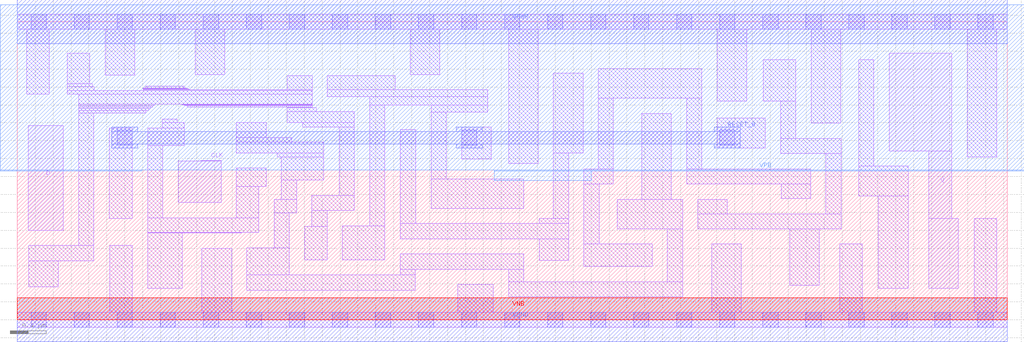
<source format=lef>
# Copyright 2020 The SkyWater PDK Authors
#
# Licensed under the Apache License, Version 2.0 (the "License");
# you may not use this file except in compliance with the License.
# You may obtain a copy of the License at
#
#     https://www.apache.org/licenses/LICENSE-2.0
#
# Unless required by applicable law or agreed to in writing, software
# distributed under the License is distributed on an "AS IS" BASIS,
# WITHOUT WARRANTIES OR CONDITIONS OF ANY KIND, either express or implied.
# See the License for the specific language governing permissions and
# limitations under the License.
#
# SPDX-License-Identifier: Apache-2.0

VERSION 5.7 ;
  NOWIREEXTENSIONATPIN ON ;
  DIVIDERCHAR "/" ;
  BUSBITCHARS "[]" ;
MACRO sky130_fd_sc_ls__dfrtp_1
  CLASS CORE ;
  FOREIGN sky130_fd_sc_ls__dfrtp_1 ;
  ORIGIN  0.000000  0.000000 ;
  SIZE  11.04000 BY  3.330000 ;
  SYMMETRY X Y R90 ;
  SITE unit ;
  PIN D
    ANTENNAGATEAREA  0.126000 ;
    DIRECTION INPUT ;
    USE SIGNAL ;
    PORT
      LAYER li1 ;
        RECT 0.125000 1.000000 0.515000 2.170000 ;
    END
  END D
  PIN Q
    ANTENNADIFFAREA  0.591700 ;
    DIRECTION OUTPUT ;
    USE SIGNAL ;
    PORT
      LAYER li1 ;
        RECT  9.725000 1.885000 10.425000 2.980000 ;
        RECT 10.165000 0.350000 10.495000 1.130000 ;
        RECT 10.165000 1.130000 10.425000 1.885000 ;
    END
  END Q
  PIN RESET_B
    ANTENNAGATEAREA  0.378000 ;
    DIRECTION INPUT ;
    USE SIGNAL ;
    PORT
      LAYER met1 ;
        RECT 1.055000 1.920000 1.345000 1.965000 ;
        RECT 1.055000 1.965000 8.065000 2.105000 ;
        RECT 1.055000 2.105000 1.345000 2.150000 ;
        RECT 4.895000 1.920000 5.185000 1.965000 ;
        RECT 4.895000 2.105000 5.185000 2.150000 ;
        RECT 7.775000 1.920000 8.065000 1.965000 ;
        RECT 7.775000 2.105000 8.065000 2.150000 ;
    END
  END RESET_B
  PIN VNB
    PORT
      LAYER pwell ;
        RECT 0.000000 0.000000 11.040000 0.245000 ;
    END
  END VNB
  PIN VPB
    PORT
      LAYER nwell ;
        RECT -0.190000 1.660000  1.390000 1.675000 ;
        RECT -0.190000 1.675000 11.230000 3.520000 ;
        RECT  5.320000 1.555000  6.400000 1.660000 ;
        RECT  5.320000 1.660000 11.230000 1.675000 ;
    END
  END VPB
  PIN CLK
    ANTENNAGATEAREA  0.261000 ;
    DIRECTION INPUT ;
    USE CLOCK ;
    PORT
      LAYER li1 ;
        RECT 1.795000 1.310000 2.275000 1.775000 ;
        RECT 2.045000 1.775000 2.275000 1.780000 ;
    END
  END CLK
  PIN VGND
    DIRECTION INOUT ;
    SHAPE ABUTMENT ;
    USE GROUND ;
    PORT
      LAYER met1 ;
        RECT 0.000000 -0.245000 11.040000 0.245000 ;
    END
  END VGND
  PIN VPWR
    DIRECTION INOUT ;
    SHAPE ABUTMENT ;
    USE POWER ;
    PORT
      LAYER met1 ;
        RECT 0.000000 3.085000 11.040000 3.575000 ;
    END
  END VPWR
  OBS
    LAYER li1 ;
      RECT  0.000000 -0.085000 11.040000 0.085000 ;
      RECT  0.000000  3.245000 11.040000 3.415000 ;
      RECT  0.105000  2.520000  0.355000 3.245000 ;
      RECT  0.130000  0.370000  0.460000 0.660000 ;
      RECT  0.130000  0.660000  0.855000 0.830000 ;
      RECT  0.555000  2.520000  3.290000 2.560000 ;
      RECT  0.555000  2.560000  0.860000 2.605000 ;
      RECT  0.555000  2.605000  0.835000 2.640000 ;
      RECT  0.555000  2.640000  0.810000 2.980000 ;
      RECT  0.685000  0.830000  0.855000 2.310000 ;
      RECT  0.685000  2.310000  1.435000 2.335000 ;
      RECT  0.685000  2.335000  1.465000 2.360000 ;
      RECT  0.685000  2.360000  1.490000 2.375000 ;
      RECT  0.685000  2.375000  1.510000 2.390000 ;
      RECT  0.685000  2.390000  1.530000 2.410000 ;
      RECT  0.685000  2.410000  3.290000 2.520000 ;
      RECT  0.980000  2.730000  1.310000 3.245000 ;
      RECT  1.025000  1.130000  1.285000 2.140000 ;
      RECT  1.030000  0.085000  1.280000 0.830000 ;
      RECT  1.405000  2.560000  3.290000 2.570000 ;
      RECT  1.405000  2.570000  1.925000 2.575000 ;
      RECT  1.405000  2.575000  1.910000 2.580000 ;
      RECT  1.405000  2.580000  1.890000 2.585000 ;
      RECT  1.435000  2.585000  1.890000 2.590000 ;
      RECT  1.435000  2.590000  1.860000 2.610000 ;
      RECT  1.455000  0.350000  1.840000 0.970000 ;
      RECT  1.455000  0.970000  2.505000 0.975000 ;
      RECT  1.455000  0.975000  2.695000 1.140000 ;
      RECT  1.455000  1.140000  1.625000 1.945000 ;
      RECT  1.455000  1.945000  1.865000 2.140000 ;
      RECT  1.615000  2.140000  1.865000 2.205000 ;
      RECT  1.615000  2.205000  1.785000 2.240000 ;
      RECT  1.835000  2.405000  3.290000 2.410000 ;
      RECT  1.850000  2.400000  3.290000 2.405000 ;
      RECT  1.870000  2.390000  3.290000 2.400000 ;
      RECT  1.895000  2.375000  3.290000 2.390000 ;
      RECT  1.985000  2.740000  2.315000 3.245000 ;
      RECT  2.060000  0.085000  2.390000 0.800000 ;
      RECT  2.445000  1.140000  2.695000 1.490000 ;
      RECT  2.445000  1.490000  2.775000 1.695000 ;
      RECT  2.445000  1.865000  3.420000 1.985000 ;
      RECT  2.445000  1.985000  3.060000 2.035000 ;
      RECT  2.445000  2.035000  2.775000 2.205000 ;
      RECT  2.560000  0.330000  4.440000 0.500000 ;
      RECT  2.560000  0.500000  3.035000 0.805000 ;
      RECT  2.865000  0.805000  3.035000 1.195000 ;
      RECT  2.865000  1.195000  3.115000 1.345000 ;
      RECT  2.900000  1.820000  3.420000 1.865000 ;
      RECT  2.945000  1.345000  3.115000 1.560000 ;
      RECT  2.945000  1.560000  3.420000 1.820000 ;
      RECT  3.010000  2.205000  3.760000 2.325000 ;
      RECT  3.010000  2.325000  3.335000 2.370000 ;
      RECT  3.010000  2.370000  3.290000 2.375000 ;
      RECT  3.010000  2.570000  3.290000 2.725000 ;
      RECT  3.185000  2.155000  3.760000 2.205000 ;
      RECT  3.205000  0.670000  3.455000 1.045000 ;
      RECT  3.285000  1.045000  3.455000 1.220000 ;
      RECT  3.285000  1.220000  3.760000 1.390000 ;
      RECT  3.460000  2.495000  5.250000 2.570000 ;
      RECT  3.460000  2.570000  4.215000 2.725000 ;
      RECT  3.590000  1.390000  3.760000 2.155000 ;
      RECT  3.625000  0.670000  4.100000 1.050000 ;
      RECT  3.930000  1.050000  4.100000 2.400000 ;
      RECT  3.930000  2.400000  5.250000 2.495000 ;
      RECT  4.270000  0.500000  4.440000 0.565000 ;
      RECT  4.270000  0.565000  5.650000 0.735000 ;
      RECT  4.270000  0.905000  6.150000 1.075000 ;
      RECT  4.270000  1.075000  4.445000 2.125000 ;
      RECT  4.385000  2.740000  4.715000 3.245000 ;
      RECT  4.615000  1.245000  5.650000 1.575000 ;
      RECT  4.615000  1.575000  4.785000 2.320000 ;
      RECT  4.615000  2.320000  5.250000 2.400000 ;
      RECT  4.915000  0.085000  5.310000 0.395000 ;
      RECT  4.955000  1.795000  5.285000 2.150000 ;
      RECT  5.480000  0.255000  7.420000 0.425000 ;
      RECT  5.480000  0.425000  5.650000 0.565000 ;
      RECT  5.480000  1.745000  5.810000 3.245000 ;
      RECT  5.820000  0.665000  6.150000 0.905000 ;
      RECT  5.820000  1.075000  6.150000 1.130000 ;
      RECT  5.980000  1.130000  6.150000 1.865000 ;
      RECT  5.980000  1.865000  6.310000 2.755000 ;
      RECT  6.320000  0.595000  7.080000 0.845000 ;
      RECT  6.320000  0.845000  6.490000 1.515000 ;
      RECT  6.320000  1.515000  6.650000 1.685000 ;
      RECT  6.480000  1.685000  6.650000 2.475000 ;
      RECT  6.480000  2.475000  7.635000 2.805000 ;
      RECT  6.690000  1.015000  7.420000 1.345000 ;
      RECT  6.965000  1.345000  7.295000 2.305000 ;
      RECT  7.250000  0.425000  7.420000 1.015000 ;
      RECT  7.465000  1.515000  8.850000 1.685000 ;
      RECT  7.465000  1.685000  7.635000 2.475000 ;
      RECT  7.590000  1.015000  9.190000 1.185000 ;
      RECT  7.590000  1.185000  7.920000 1.345000 ;
      RECT  7.745000  0.085000  8.075000 0.845000 ;
      RECT  7.805000  1.920000  8.345000 2.255000 ;
      RECT  7.805000  2.445000  8.135000 3.245000 ;
      RECT  8.320000  2.445000  8.685000 2.905000 ;
      RECT  8.515000  1.855000  9.190000 2.025000 ;
      RECT  8.515000  2.025000  8.685000 2.445000 ;
      RECT  8.520000  1.355000  8.850000 1.515000 ;
      RECT  8.615000  0.385000  8.945000 1.015000 ;
      RECT  8.855000  2.195000  9.185000 3.245000 ;
      RECT  9.020000  1.185000  9.190000 1.855000 ;
      RECT  9.175000  0.085000  9.425000 0.845000 ;
      RECT  9.385000  1.385000  9.935000 1.715000 ;
      RECT  9.385000  1.715000  9.555000 2.905000 ;
      RECT  9.605000  0.350000  9.935000 1.385000 ;
      RECT 10.595000  1.820000 10.925000 3.245000 ;
      RECT 10.675000  0.085000 10.925000 1.130000 ;
    LAYER mcon ;
      RECT  0.155000 -0.085000  0.325000 0.085000 ;
      RECT  0.155000  3.245000  0.325000 3.415000 ;
      RECT  0.635000 -0.085000  0.805000 0.085000 ;
      RECT  0.635000  3.245000  0.805000 3.415000 ;
      RECT  1.115000 -0.085000  1.285000 0.085000 ;
      RECT  1.115000  1.950000  1.285000 2.120000 ;
      RECT  1.115000  3.245000  1.285000 3.415000 ;
      RECT  1.595000 -0.085000  1.765000 0.085000 ;
      RECT  1.595000  3.245000  1.765000 3.415000 ;
      RECT  2.075000 -0.085000  2.245000 0.085000 ;
      RECT  2.075000  3.245000  2.245000 3.415000 ;
      RECT  2.555000 -0.085000  2.725000 0.085000 ;
      RECT  2.555000  3.245000  2.725000 3.415000 ;
      RECT  3.035000 -0.085000  3.205000 0.085000 ;
      RECT  3.035000  3.245000  3.205000 3.415000 ;
      RECT  3.515000 -0.085000  3.685000 0.085000 ;
      RECT  3.515000  3.245000  3.685000 3.415000 ;
      RECT  3.995000 -0.085000  4.165000 0.085000 ;
      RECT  3.995000  3.245000  4.165000 3.415000 ;
      RECT  4.475000 -0.085000  4.645000 0.085000 ;
      RECT  4.475000  3.245000  4.645000 3.415000 ;
      RECT  4.955000 -0.085000  5.125000 0.085000 ;
      RECT  4.955000  1.950000  5.125000 2.120000 ;
      RECT  4.955000  3.245000  5.125000 3.415000 ;
      RECT  5.435000 -0.085000  5.605000 0.085000 ;
      RECT  5.435000  3.245000  5.605000 3.415000 ;
      RECT  5.915000 -0.085000  6.085000 0.085000 ;
      RECT  5.915000  3.245000  6.085000 3.415000 ;
      RECT  6.395000 -0.085000  6.565000 0.085000 ;
      RECT  6.395000  3.245000  6.565000 3.415000 ;
      RECT  6.875000 -0.085000  7.045000 0.085000 ;
      RECT  6.875000  3.245000  7.045000 3.415000 ;
      RECT  7.355000 -0.085000  7.525000 0.085000 ;
      RECT  7.355000  3.245000  7.525000 3.415000 ;
      RECT  7.835000 -0.085000  8.005000 0.085000 ;
      RECT  7.835000  1.950000  8.005000 2.120000 ;
      RECT  7.835000  3.245000  8.005000 3.415000 ;
      RECT  8.315000 -0.085000  8.485000 0.085000 ;
      RECT  8.315000  3.245000  8.485000 3.415000 ;
      RECT  8.795000 -0.085000  8.965000 0.085000 ;
      RECT  8.795000  3.245000  8.965000 3.415000 ;
      RECT  9.275000 -0.085000  9.445000 0.085000 ;
      RECT  9.275000  3.245000  9.445000 3.415000 ;
      RECT  9.755000 -0.085000  9.925000 0.085000 ;
      RECT  9.755000  3.245000  9.925000 3.415000 ;
      RECT 10.235000 -0.085000 10.405000 0.085000 ;
      RECT 10.235000  3.245000 10.405000 3.415000 ;
      RECT 10.715000 -0.085000 10.885000 0.085000 ;
      RECT 10.715000  3.245000 10.885000 3.415000 ;
  END
END sky130_fd_sc_ls__dfrtp_1
END LIBRARY

</source>
